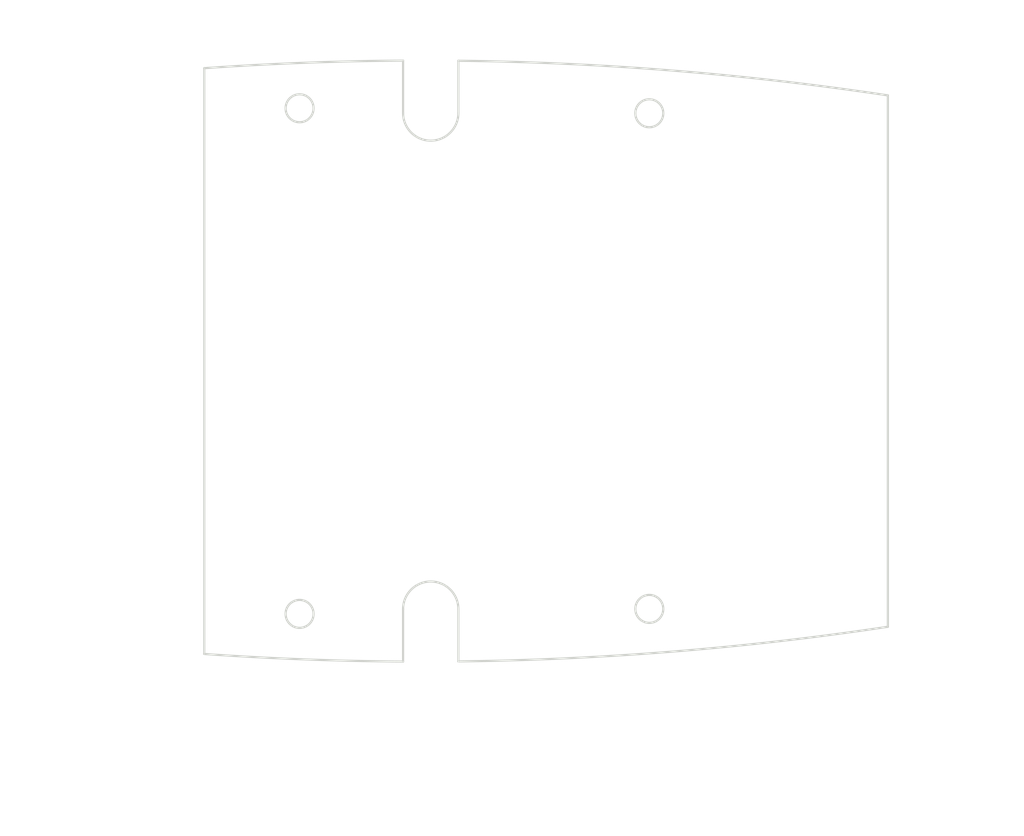
<source format=kicad_pcb>
(kicad_pcb (version 20190605) (host pcbnew "(5.99.0-29-gc3274e15f-dirty)")

  (general
    (thickness 1.6002)
    (drawings 26)
    (tracks 0)
    (modules 0)
    (nets 1)
  )

  (page "USLetter")
  (title_block
    (rev "1")
  )

  (layers
    (0 "Front" signal)
    (1 "In1.Cu" signal)
    (2 "In2.Cu" signal)
    (31 "Back" signal)
    (34 "B.Paste" user)
    (35 "F.Paste" user)
    (36 "B.SilkS" user)
    (37 "F.SilkS" user)
    (38 "B.Mask" user)
    (39 "F.Mask" user)
    (40 "Dwgs.User" user)
    (44 "Edge.Cuts" user)
    (45 "Margin" user)
    (46 "B.CrtYd" user)
    (47 "F.CrtYd" user)
    (49 "F.Fab" user)
  )

  (setup
    (last_trace_width 0.254)
    (user_trace_width 0.127)
    (user_trace_width 0.254)
    (user_trace_width 0.508)
    (user_trace_width 0.762)
    (trace_clearance 0.1524)
    (zone_clearance 0.508)
    (zone_45_only no)
    (trace_min 0.127)
    (via_size 0.6858)
    (via_drill 0.3302)
    (via_min_size 0.4572)
    (via_min_drill 0.254)
    (user_via 0.6858 0.3302)
    (user_via 0.889 0.381)
    (uvia_size 0.6858)
    (uvia_drill 0.3302)
    (uvias_allowed no)
    (uvia_min_size 0)
    (uvia_min_drill 0)
    (max_error 0.005)
    (defaults
      (edge_clearance 0.01)
      (edge_cuts_line_width 0.0381)
      (courtyard_line_width 0.05)
      (copper_line_width 0.254)
      (copper_text_dims (size 1.524 1.524) (thickness 0.3048) keep_upright)
      (silk_line_width 0.127)
      (silk_text_dims (size 0.762 0.762) (thickness 0.127) keep_upright)
      (other_layers_line_width 0.1)
      (other_layers_text_dims (size 1 1) (thickness 0.15) keep_upright)
    )
    (pad_size 1.524 1.524)
    (pad_drill 0.762)
    (pad_to_mask_clearance 0)
    (solder_mask_min_width 0.1016)
    (aux_axis_origin 0 0)
    (visible_elements FFFFFF7F)
    (pcbplotparams
      (layerselection 0x010fc_ffffffff)
      (usegerberextensions false)
      (usegerberattributes false)
      (usegerberadvancedattributes false)
      (creategerberjobfile false)
      (excludeedgelayer true)
      (linewidth 0.152400)
      (plotframeref false)
      (viasonmask false)
      (mode 1)
      (useauxorigin false)
      (hpglpennumber 1)
      (hpglpenspeed 20)
      (hpglpendiameter 15.000000)
      (psnegative false)
      (psa4output false)
      (plotreference true)
      (plotvalue false)
      (plotinvisibletext false)
      (padsonsilk false)
      (subtractmaskfromsilk true)
      (outputformat 1)
      (mirror false)
      (drillshape 0)
      (scaleselection 1)
      (outputdirectory "./gerbers"))
  )

  (net 0 "")

  (net_class "Default" "This is the default net class."
    (clearance 0.1524)
    (trace_width 0.254)
    (via_dia 0.6858)
    (via_drill 0.3302)
    (uvia_dia 0.6858)
    (uvia_drill 0.3302)
    (diff_pair_width 0.1524)
    (diff_pair_gap 0.254)
  )

  (dimension 56.74824 (width 0.1) (layer "Dwgs.User")
    (gr_text "56.75 mm" (at 16.75 54.000001 90) (layer "Dwgs.User")
      (effects (font (size 1 1) (thickness 0.15)))
    )
    (feature1 (pts (xy 51.499075 25.625881) (xy 17.413579 25.625881)))
    (feature2 (pts (xy 51.499075 82.374121) (xy 17.413579 82.374121)))
    (crossbar (pts (xy 18 82.374121) (xy 18 25.625881)))
    (arrow1a (pts (xy 18 25.625881) (xy 18.586421 26.752385)))
    (arrow1b (pts (xy 18 25.625881) (xy 17.413579 26.752385)))
    (arrow2a (pts (xy 18 82.374121) (xy 18.586421 81.247617)))
    (arrow2b (pts (xy 18 82.374121) (xy 17.413579 81.247617)))
  )
  (dimension 57.83016 (width 0.1) (layer "Dwgs.User")
    (gr_text "57.830 mm" (at 11.65 54.000001 90) (layer "Dwgs.User")
      (effects (font (size 1 1) (thickness 0.15)))
    )
    (feature1 (pts (xy 36.499075 25.084921) (xy 12.313579 25.084921)))
    (feature2 (pts (xy 36.499075 82.915081) (xy 12.313579 82.915081)))
    (crossbar (pts (xy 12.9 82.915081) (xy 12.9 25.084921)))
    (arrow1a (pts (xy 12.9 25.084921) (xy 13.486421 26.211425)))
    (arrow1b (pts (xy 12.9 25.084921) (xy 12.313579 26.211425)))
    (arrow2a (pts (xy 12.9 82.915081) (xy 13.486421 81.788577)))
    (arrow2b (pts (xy 12.9 82.915081) (xy 12.313579 81.788577)))
  )
  (dimension 56.686949 (width 0.1) (layer "Dwgs.User")
    (gr_text "56.68 mm" (at 112.65 54 90) (layer "Dwgs.User")
      (effects (font (size 1 1) (thickness 0.15)))
    )
    (feature1 (pts (xy 76.499075 25.656526) (xy 111.986421 25.656526)))
    (feature2 (pts (xy 76.499075 82.343475) (xy 111.986421 82.343475)))
    (crossbar (pts (xy 111.4 82.343475) (xy 111.4 25.656526)))
    (arrow1a (pts (xy 111.4 25.656526) (xy 111.986421 26.78303)))
    (arrow1b (pts (xy 111.4 25.656526) (xy 110.813579 26.78303)))
    (arrow2a (pts (xy 111.4 82.343475) (xy 111.986421 81.216971)))
    (arrow2b (pts (xy 111.4 82.343475) (xy 110.813579 81.216971)))
  )
  (dimension 68.732499 (width 0.1) (layer "Dwgs.User")
    (gr_text "68.73 mm" (at 5.95 54 90) (layer "Dwgs.User")
      (effects (font (size 1 1) (thickness 0.15)))
    )
    (feature1 (pts (xy 48.33635 19.633751) (xy 6.613579 19.633751)))
    (feature2 (pts (xy 48.33635 88.36625) (xy 6.613579 88.36625)))
    (crossbar (pts (xy 7.2 88.36625) (xy 7.2 19.633751)))
    (arrow1a (pts (xy 7.2 19.633751) (xy 7.786421 20.760255)))
    (arrow1b (pts (xy 7.2 19.633751) (xy 6.613579 20.760255)))
    (arrow2a (pts (xy 7.2 88.36625) (xy 7.786421 87.239746)))
    (arrow2b (pts (xy 7.2 88.36625) (xy 6.613579 87.239746)))
  )
  (dimension 78.181136 (width 0.1) (layer "Dwgs.User") (tstamp 5D680898)
    (gr_text "78.18 mm" (at 64.690568 104.655029) (layer "Dwgs.User") (tstamp 5D680898)
      (effects (font (size 1 1) (thickness 0.15)))
    )
    (feature1 (pts (xy 25.6 84.388669) (xy 25.6 103.99145)))
    (feature2 (pts (xy 103.781136 84.388669) (xy 103.781136 103.99145)))
    (crossbar (pts (xy 103.781136 103.405029) (xy 25.6 103.405029)))
    (arrow1a (pts (xy 25.6 103.405029) (xy 26.726504 102.818608)))
    (arrow1b (pts (xy 25.6 103.405029) (xy 26.726504 103.99145)))
    (arrow2a (pts (xy 103.781136 103.405029) (xy 102.654632 102.818608)))
    (arrow2b (pts (xy 103.781136 103.405029) (xy 102.654632 103.99145)))
  )
  (dimension 22.73635 (width 0.1) (layer "Dwgs.User") (tstamp 5D680896)
    (gr_text "22.74 mm" (at 36.968175 13.45) (layer "Dwgs.User") (tstamp 5D680896)
      (effects (font (size 1 1) (thickness 0.15)))
    )
    (feature1 (pts (xy 48.33635 20.5) (xy 48.33635 14.113579)))
    (feature2 (pts (xy 25.6 20.5) (xy 25.6 14.113579)))
    (crossbar (pts (xy 25.6 14.7) (xy 48.33635 14.7)))
    (arrow1a (pts (xy 48.33635 14.7) (xy 47.209846 15.286421)))
    (arrow1b (pts (xy 48.33635 14.7) (xy 47.209846 14.113579)))
    (arrow2a (pts (xy 25.6 14.7) (xy 26.726504 15.286421)))
    (arrow2b (pts (xy 25.6 14.7) (xy 26.726504 14.113579)))
  )
  (dimension 60.777337 (width 0.1) (layer "Dwgs.User") (tstamp 5D680894)
    (gr_text "60.78 mm" (at 117.93958 54 90) (layer "Dwgs.User") (tstamp 5D680894)
      (effects (font (size 1 1) (thickness 0.15)))
    )
    (feature1 (pts (xy 103.781136 23.611332) (xy 117.276001 23.611332)))
    (feature2 (pts (xy 103.781136 84.388669) (xy 117.276001 84.388669)))
    (crossbar (pts (xy 116.68958 84.388669) (xy 116.68958 23.611332)))
    (arrow1a (pts (xy 116.68958 23.611332) (xy 117.276001 24.737836)))
    (arrow1b (pts (xy 116.68958 23.611332) (xy 116.103159 24.737836)))
    (arrow2a (pts (xy 116.68958 84.388669) (xy 117.276001 83.262165)))
    (arrow2b (pts (xy 116.68958 84.388669) (xy 116.103159 83.262165)))
  )
  (gr_arc (start 51.499075 25.625881) (end 48.33635 25.625881) (angle -180) (layer "Edge.Cuts") (width 0.25) (tstamp 5D680893))
  (gr_circle (center 36.499075 82.915081) (end 38.099075 82.915081) (layer "Edge.Cuts") (width 0.25) (tstamp 5D680892))
  (gr_arc (start 51.499075 82.374121) (end 54.661799 82.374121) (angle -180) (layer "Edge.Cuts") (width 0.25) (tstamp 5D680891))
  (gr_line (start 48.33635 25.625881) (end 48.33635 19.633751) (layer "Edge.Cuts") (width 0.25) (tstamp 5D680890))
  (gr_line (start 103.781136 84.388669) (end 103.781136 23.611332) (layer "Edge.Cuts") (width 0.25) (tstamp 5D68088F))
  (gr_circle (center 36.499075 25.084921) (end 38.099075 25.084921) (layer "Edge.Cuts") (width 0.25) (tstamp 5D68088E))
  (gr_arc (start 50.566167 376.971794) (end 103.781136 23.611332) (angle -7.907509115) (layer "Edge.Cuts") (width 0.25) (tstamp 5D68088D))
  (gr_line (start 54.661799 82.374121) (end 54.661799 88.349736) (layer "Edge.Cuts") (width 0.25) (tstamp 5D68088C))
  (gr_arc (start 50.566167 -268.971793) (end 25.6 87.500001) (angle -3.648749408) (layer "Edge.Cuts") (width 0.25) (tstamp 5D68088B))
  (gr_line (start 48.33635 88.36625) (end 48.33635 82.374121) (layer "Edge.Cuts") (width 0.25) (tstamp 5D68088A))
  (gr_circle (center 76.499075 25.656526) (end 78.099075 25.656526) (layer "Edge.Cuts") (width 0.25) (tstamp 5D680889))
  (gr_line (start 25.6 20.5) (end 25.6 87.5) (layer "Edge.Cuts") (width 0.25) (tstamp 5D680886))
  (gr_line (start 54.661799 19.650266) (end 54.661799 25.625881) (layer "Edge.Cuts") (width 0.25) (tstamp 5D680885))
  (gr_arc (start 50.566167 376.971794) (end 48.33635 19.633751) (angle -3.648749419) (layer "Edge.Cuts") (width 0.25) (tstamp 5D680884))
  (dimension 40 (width 0.1) (layer "Dwgs.User") (tstamp 5D680880)
    (gr_text "40.000 mm" (at 56.499075 97.449999) (layer "Dwgs.User") (tstamp 5D680880)
      (effects (font (size 1 1) (thickness 0.15)))
    )
    (feature1 (pts (xy 76.499075 83.052581) (xy 76.499075 96.78642)))
    (feature2 (pts (xy 36.499075 83.052581) (xy 36.499075 96.78642)))
    (crossbar (pts (xy 36.499075 96.199999) (xy 76.499075 96.199999)))
    (arrow1a (pts (xy 76.499075 96.199999) (xy 75.372571 96.78642)))
    (arrow1b (pts (xy 76.499075 96.199999) (xy 75.372571 95.613578)))
    (arrow2a (pts (xy 36.499075 96.199999) (xy 37.625579 96.78642)))
    (arrow2b (pts (xy 36.499075 96.199999) (xy 37.625579 95.613578)))
  )
  (gr_arc (start 50.566167 -268.971793) (end 54.661799 88.349736) (angle -7.907509116) (layer "Edge.Cuts") (width 0.25) (tstamp 5D68087D))
  (gr_circle (center 76.499075 82.343475) (end 78.099075 82.343475) (layer "Edge.Cuts") (width 0.25) (tstamp 5D68087C))
  (dimension 10.899075 (width 0.1) (layer "Dwgs.User") (tstamp 5D68087A)
    (gr_text "10.9 mm" (at 31.049537 97.35) (layer "Dwgs.User") (tstamp 5D68087A)
      (effects (font (size 1 1) (thickness 0.15)))
    )
    (feature1 (pts (xy 25.6 83.052581) (xy 25.6 96.686421)))
    (feature2 (pts (xy 36.499075 83.052581) (xy 36.499075 96.686421)))
    (crossbar (pts (xy 36.499075 96.1) (xy 25.6 96.1)))
    (arrow1a (pts (xy 25.6 96.1) (xy 26.726504 95.513579)))
    (arrow1b (pts (xy 25.6 96.1) (xy 26.726504 96.686421)))
    (arrow2a (pts (xy 36.499075 96.1) (xy 35.372571 95.513579)))
    (arrow2b (pts (xy 36.499075 96.1) (xy 35.372571 96.686421)))
  )
  (gr_text "1553CBAT" (at 95.4 106.9) (layer "Dwgs.User") (tstamp 5D680879)
    (effects (font (size 2 2) (thickness 0.15)))
  )

)

</source>
